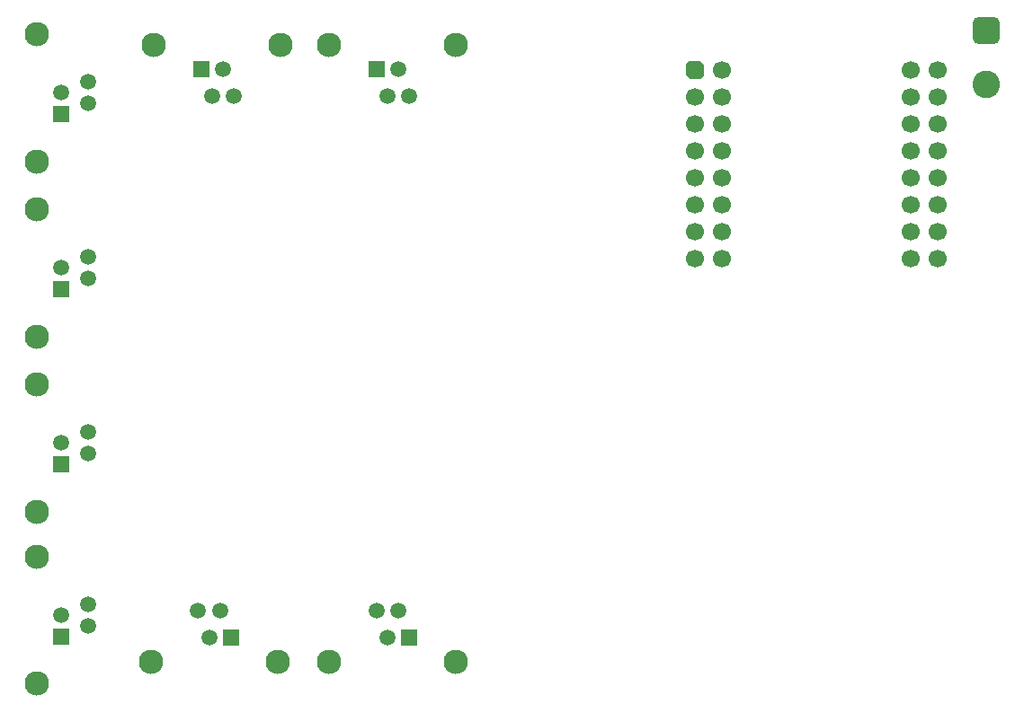
<source format=gbr>
%TF.GenerationSoftware,KiCad,Pcbnew,(6.0.9)*%
%TF.CreationDate,2022-12-08T20:01:15+01:00*%
%TF.ProjectId,floor-heating-controller-s2,666c6f6f-722d-4686-9561-74696e672d63,1*%
%TF.SameCoordinates,Original*%
%TF.FileFunction,Soldermask,Bot*%
%TF.FilePolarity,Negative*%
%FSLAX46Y46*%
G04 Gerber Fmt 4.6, Leading zero omitted, Abs format (unit mm)*
G04 Created by KiCad (PCBNEW (6.0.9)) date 2022-12-08 20:01:15*
%MOMM*%
%LPD*%
G01*
G04 APERTURE LIST*
G04 Aperture macros list*
%AMRoundRect*
0 Rectangle with rounded corners*
0 $1 Rounding radius*
0 $2 $3 $4 $5 $6 $7 $8 $9 X,Y pos of 4 corners*
0 Add a 4 corners polygon primitive as box body*
4,1,4,$2,$3,$4,$5,$6,$7,$8,$9,$2,$3,0*
0 Add four circle primitives for the rounded corners*
1,1,$1+$1,$2,$3*
1,1,$1+$1,$4,$5*
1,1,$1+$1,$6,$7*
1,1,$1+$1,$8,$9*
0 Add four rect primitives between the rounded corners*
20,1,$1+$1,$2,$3,$4,$5,0*
20,1,$1+$1,$4,$5,$6,$7,0*
20,1,$1+$1,$6,$7,$8,$9,0*
20,1,$1+$1,$8,$9,$2,$3,0*%
%AMFreePoly0*
4,1,19,-0.850000,0.510000,-0.510000,0.850000,0.255000,0.850000,0.408997,0.829726,0.552500,0.770285,0.675729,0.675729,0.770285,0.552500,0.829726,0.408997,0.850000,0.255000,0.850000,-0.510000,0.510000,-0.850000,-0.255000,-0.850000,-0.408997,-0.829726,-0.552500,-0.770285,-0.675729,-0.675729,-0.770285,-0.552500,-0.829726,-0.408997,-0.850000,-0.255000,-0.850000,0.510000,-0.850000,0.510000,
$1*%
G04 Aperture macros list end*
%ADD10C,2.300000*%
%ADD11R,1.500000X1.500000*%
%ADD12C,1.500000*%
%ADD13FreePoly0,0.000000*%
%ADD14C,1.700000*%
%ADD15RoundRect,0.650000X-0.650000X0.650000X-0.650000X-0.650000X0.650000X-0.650000X0.650000X0.650000X0*%
%ADD16C,2.600000*%
G04 APERTURE END LIST*
D10*
%TO.C,J14*%
X52840000Y-121570000D03*
X52840000Y-109570000D03*
D11*
X55140000Y-117100000D03*
D12*
X57680000Y-116080000D03*
X55140000Y-115060000D03*
X57680000Y-114040000D03*
%TD*%
D13*
%TO.C,U2*%
X114817500Y-96465000D03*
D14*
X114817500Y-99005000D03*
X114817500Y-101545000D03*
X114817500Y-104085000D03*
X114817500Y-106625000D03*
X114817500Y-109165000D03*
X114817500Y-111705000D03*
X114817500Y-114245000D03*
X137677500Y-114245000D03*
X137677500Y-111705000D03*
X137677500Y-109165000D03*
X137677500Y-106625000D03*
X137677500Y-104085000D03*
X137677500Y-101545000D03*
X137677500Y-99005000D03*
X137677500Y-96465000D03*
X117357500Y-96465000D03*
X117357500Y-99005000D03*
X117357500Y-101545000D03*
X117357500Y-104085000D03*
X117357500Y-106625000D03*
X117357500Y-109165000D03*
X117357500Y-111705000D03*
X117357500Y-114245000D03*
X135137500Y-114245000D03*
X135137500Y-111705000D03*
X135137500Y-109165000D03*
X135137500Y-106625000D03*
X135137500Y-104085000D03*
X135137500Y-101545000D03*
X135137500Y-99005000D03*
X135137500Y-96465000D03*
%TD*%
D10*
%TO.C,J10*%
X92360000Y-152265000D03*
X80360000Y-152265000D03*
D11*
X87890000Y-149965000D03*
D12*
X86870000Y-147425000D03*
X85850000Y-149965000D03*
X84830000Y-147425000D03*
%TD*%
D10*
%TO.C,J17*%
X80360000Y-94115000D03*
X92360000Y-94115000D03*
D11*
X84830000Y-96415000D03*
D12*
X85850000Y-98955000D03*
X86870000Y-96415000D03*
X87890000Y-98955000D03*
%TD*%
D10*
%TO.C,J12*%
X52840000Y-142330000D03*
X52840000Y-154330000D03*
D11*
X55140000Y-149860000D03*
D12*
X57680000Y-148840000D03*
X55140000Y-147820000D03*
X57680000Y-146800000D03*
%TD*%
D10*
%TO.C,J15*%
X52840000Y-105060000D03*
X52840000Y-93060000D03*
D11*
X55140000Y-100590000D03*
D12*
X57680000Y-99570000D03*
X55140000Y-98550000D03*
X57680000Y-97530000D03*
%TD*%
D10*
%TO.C,J13*%
X52840000Y-126080000D03*
X52840000Y-138080000D03*
D11*
X55140000Y-133610000D03*
D12*
X57680000Y-132590000D03*
X55140000Y-131570000D03*
X57680000Y-130550000D03*
%TD*%
D15*
%TO.C,J18*%
X142240000Y-92710000D03*
D16*
X142240000Y-97790000D03*
%TD*%
D10*
%TO.C,J11*%
X63590000Y-152265000D03*
X75590000Y-152265000D03*
D11*
X71120000Y-149965000D03*
D12*
X70100000Y-147425000D03*
X69080000Y-149965000D03*
X68060000Y-147425000D03*
%TD*%
D10*
%TO.C,J16*%
X75850000Y-94115000D03*
X63850000Y-94115000D03*
D11*
X68320000Y-96415000D03*
D12*
X69340000Y-98955000D03*
X70360000Y-96415000D03*
X71380000Y-98955000D03*
%TD*%
M02*

</source>
